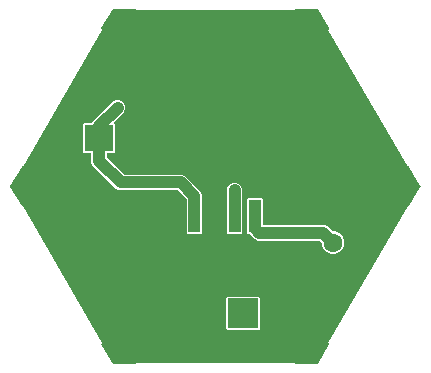
<source format=gbr>
G04 EAGLE Gerber RS-274X export*
G75*
%MOMM*%
%FSLAX34Y34*%
%LPD*%
%INBottom Copper*%
%IPPOS*%
%AMOC8*
5,1,8,0,0,1.08239X$1,22.5*%
G01*
%ADD10C,1.000000*%
%ADD11R,1.016000X2.692400*%
%ADD12R,10.160000X8.940800*%
%ADD13R,2.500000X2.500000*%
%ADD14C,2.500000*%
%ADD15P,1.732040X8X112.500000*%
%ADD16C,1.600200*%
%ADD17R,2.450000X2.250000*%
%ADD18C,0.756400*%
%ADD19C,0.304800*%
%ADD20C,1.016000*%

G36*
X278630Y195708D02*
X278630Y195708D01*
X278658Y195706D01*
X278726Y195728D01*
X278797Y195742D01*
X278820Y195758D01*
X278847Y195767D01*
X278902Y195814D01*
X278961Y195855D01*
X278976Y195879D01*
X278998Y195897D01*
X279029Y195962D01*
X279068Y196022D01*
X279073Y196050D01*
X279085Y196076D01*
X279094Y196177D01*
X279101Y196219D01*
X279099Y196229D01*
X279100Y196242D01*
X279043Y196957D01*
X413361Y196957D01*
X413304Y196242D01*
X413308Y196213D01*
X413303Y196185D01*
X413320Y196116D01*
X413328Y196044D01*
X413343Y196020D01*
X413349Y195992D01*
X413392Y195934D01*
X413428Y195872D01*
X413450Y195855D01*
X413467Y195832D01*
X413529Y195795D01*
X413586Y195752D01*
X413614Y195745D01*
X413638Y195730D01*
X413738Y195714D01*
X413779Y195703D01*
X413789Y195705D01*
X413802Y195703D01*
X432802Y195703D01*
X432878Y195718D01*
X432956Y195727D01*
X432975Y195738D01*
X432997Y195742D01*
X433061Y195786D01*
X433129Y195825D01*
X433145Y195844D01*
X433161Y195855D01*
X433185Y195893D01*
X433235Y195953D01*
X442735Y212453D01*
X442744Y212480D01*
X442760Y212504D01*
X442775Y212574D01*
X442798Y212642D01*
X442795Y212670D01*
X442801Y212698D01*
X442788Y212769D01*
X442782Y212840D01*
X442769Y212865D01*
X442763Y212893D01*
X442723Y212953D01*
X442690Y213016D01*
X442668Y213034D01*
X442652Y213058D01*
X442569Y213116D01*
X442537Y213143D01*
X442526Y213146D01*
X442516Y213153D01*
X441888Y213450D01*
X509010Y329711D01*
X509618Y329291D01*
X509645Y329280D01*
X509667Y329261D01*
X509736Y329241D01*
X509801Y329213D01*
X509830Y329213D01*
X509858Y329205D01*
X509929Y329213D01*
X510000Y329213D01*
X510027Y329224D01*
X510056Y329227D01*
X510118Y329262D01*
X510183Y329290D01*
X510204Y329310D01*
X510229Y329325D01*
X510292Y329402D01*
X510322Y329432D01*
X510326Y329442D01*
X510335Y329453D01*
X519835Y345953D01*
X519845Y345985D01*
X519854Y345998D01*
X519858Y346022D01*
X519859Y346026D01*
X519890Y346096D01*
X519890Y346120D01*
X519898Y346142D01*
X519892Y346218D01*
X519893Y346295D01*
X519883Y346319D01*
X519882Y346340D01*
X519861Y346379D01*
X519835Y346451D01*
X510335Y362951D01*
X510316Y362973D01*
X510303Y362999D01*
X510250Y363047D01*
X510203Y363100D01*
X510177Y363113D01*
X510156Y363132D01*
X510088Y363155D01*
X510024Y363186D01*
X509995Y363188D01*
X509968Y363197D01*
X509896Y363192D01*
X509825Y363195D01*
X509798Y363185D01*
X509769Y363183D01*
X509679Y363141D01*
X509639Y363126D01*
X509631Y363119D01*
X509618Y363113D01*
X509010Y362693D01*
X441888Y478954D01*
X442516Y479251D01*
X442538Y479268D01*
X442565Y479278D01*
X442617Y479327D01*
X442675Y479370D01*
X442689Y479395D01*
X442710Y479414D01*
X442739Y479480D01*
X442775Y479542D01*
X442778Y479570D01*
X442790Y479596D01*
X442791Y479668D01*
X442800Y479739D01*
X442792Y479766D01*
X442793Y479795D01*
X442757Y479890D01*
X442746Y479930D01*
X442739Y479939D01*
X442735Y479951D01*
X433235Y496451D01*
X433183Y496510D01*
X433137Y496572D01*
X433118Y496583D01*
X433103Y496600D01*
X433033Y496634D01*
X432966Y496674D01*
X432942Y496678D01*
X432924Y496686D01*
X432879Y496688D01*
X432802Y496701D01*
X413802Y496701D01*
X413774Y496696D01*
X413746Y496698D01*
X413678Y496676D01*
X413607Y496662D01*
X413584Y496646D01*
X413557Y496637D01*
X413502Y496590D01*
X413443Y496549D01*
X413428Y496525D01*
X413407Y496507D01*
X413375Y496442D01*
X413336Y496382D01*
X413331Y496354D01*
X413319Y496328D01*
X413310Y496227D01*
X413303Y496185D01*
X413305Y496175D01*
X413304Y496162D01*
X413361Y495447D01*
X279043Y495447D01*
X279100Y496162D01*
X279096Y496191D01*
X279101Y496219D01*
X279084Y496288D01*
X279076Y496360D01*
X279062Y496384D01*
X279055Y496412D01*
X279012Y496470D01*
X278977Y496532D01*
X278954Y496549D01*
X278937Y496572D01*
X278875Y496609D01*
X278818Y496652D01*
X278790Y496659D01*
X278766Y496674D01*
X278666Y496690D01*
X278625Y496701D01*
X278615Y496699D01*
X278602Y496701D01*
X259602Y496701D01*
X259526Y496686D01*
X259448Y496677D01*
X259429Y496666D01*
X259407Y496662D01*
X259343Y496618D01*
X259275Y496579D01*
X259259Y496560D01*
X259243Y496549D01*
X259219Y496511D01*
X259169Y496451D01*
X249669Y479951D01*
X249660Y479924D01*
X249644Y479900D01*
X249629Y479830D01*
X249606Y479762D01*
X249609Y479734D01*
X249603Y479706D01*
X249617Y479636D01*
X249622Y479564D01*
X249635Y479539D01*
X249641Y479511D01*
X249681Y479451D01*
X249714Y479388D01*
X249736Y479370D01*
X249752Y479346D01*
X249835Y479288D01*
X249867Y479261D01*
X249878Y479258D01*
X249889Y479251D01*
X250516Y478954D01*
X183394Y362693D01*
X182786Y363113D01*
X182759Y363124D01*
X182737Y363143D01*
X182668Y363163D01*
X182603Y363191D01*
X182574Y363191D01*
X182546Y363199D01*
X182475Y363191D01*
X182404Y363192D01*
X182377Y363180D01*
X182348Y363177D01*
X182286Y363142D01*
X182221Y363114D01*
X182200Y363094D01*
X182175Y363079D01*
X182112Y363002D01*
X182082Y362972D01*
X182078Y362962D01*
X182069Y362951D01*
X172569Y346451D01*
X172545Y346378D01*
X172514Y346308D01*
X172514Y346284D01*
X172506Y346262D01*
X172513Y346186D01*
X172512Y346109D01*
X172521Y346085D01*
X172522Y346064D01*
X172543Y346025D01*
X172562Y345973D01*
X172563Y345967D01*
X172565Y345965D01*
X172569Y345953D01*
X182069Y329453D01*
X182088Y329431D01*
X182101Y329405D01*
X182154Y329357D01*
X182201Y329304D01*
X182227Y329291D01*
X182249Y329272D01*
X182316Y329249D01*
X182380Y329218D01*
X182409Y329217D01*
X182436Y329207D01*
X182508Y329212D01*
X182579Y329209D01*
X182606Y329219D01*
X182635Y329221D01*
X182725Y329263D01*
X182765Y329278D01*
X182773Y329285D01*
X182786Y329291D01*
X183394Y329711D01*
X250516Y213450D01*
X249889Y213153D01*
X249866Y213136D01*
X249839Y213126D01*
X249787Y213077D01*
X249729Y213034D01*
X249715Y213009D01*
X249694Y212990D01*
X249665Y212924D01*
X249629Y212862D01*
X249626Y212834D01*
X249614Y212808D01*
X249613Y212736D01*
X249604Y212665D01*
X249612Y212638D01*
X249612Y212609D01*
X249647Y212514D01*
X249658Y212474D01*
X249665Y212465D01*
X249669Y212453D01*
X259169Y195953D01*
X259221Y195895D01*
X259267Y195832D01*
X259286Y195821D01*
X259301Y195804D01*
X259371Y195770D01*
X259438Y195730D01*
X259463Y195726D01*
X259480Y195718D01*
X259525Y195716D01*
X259602Y195703D01*
X278602Y195703D01*
X278630Y195708D01*
G37*
%LPC*%
G36*
X322710Y306069D02*
X322710Y306069D01*
X321817Y306962D01*
X321817Y335219D01*
X321814Y335223D01*
X321814Y335227D01*
X314184Y342858D01*
X314178Y342858D01*
X314175Y342861D01*
X264840Y342861D01*
X262413Y343867D01*
X242051Y364229D01*
X241045Y366656D01*
X241045Y374313D01*
X241035Y374325D01*
X241034Y374324D01*
X241033Y374325D01*
X234768Y374325D01*
X233875Y375218D01*
X233875Y398982D01*
X234768Y399875D01*
X241573Y399875D01*
X241579Y399881D01*
X241584Y399882D01*
X242051Y401010D01*
X259568Y418527D01*
X261995Y419533D01*
X264623Y419533D01*
X267050Y418527D01*
X268908Y416669D01*
X269914Y414242D01*
X269914Y411614D01*
X268908Y409187D01*
X259617Y399895D01*
X259617Y399891D01*
X259613Y399888D01*
X259616Y399885D01*
X259616Y399879D01*
X259622Y399879D01*
X259625Y399875D01*
X260532Y399875D01*
X261425Y398982D01*
X261425Y375218D01*
X260532Y374325D01*
X254267Y374325D01*
X254255Y374315D01*
X254255Y374314D01*
X254255Y374313D01*
X254255Y370711D01*
X254258Y370706D01*
X254258Y370702D01*
X268886Y356074D01*
X268892Y356074D01*
X268894Y356072D01*
X268895Y356071D01*
X318230Y356071D01*
X320657Y355065D01*
X334021Y341701D01*
X335027Y339273D01*
X335027Y306962D01*
X334134Y306069D01*
X322710Y306069D01*
G37*
%LPD*%
%LPC*%
G36*
X443875Y288924D02*
X443875Y288924D01*
X440374Y290374D01*
X437694Y293054D01*
X436244Y296555D01*
X436244Y298630D01*
X436241Y298635D01*
X436241Y298639D01*
X434592Y300287D01*
X434587Y300288D01*
X434586Y300288D01*
X434584Y300291D01*
X381934Y300291D01*
X379507Y301296D01*
X374737Y306066D01*
X374731Y306066D01*
X374729Y306069D01*
X373764Y306069D01*
X372871Y306962D01*
X372871Y335150D01*
X373764Y336043D01*
X385188Y336043D01*
X386081Y335150D01*
X386081Y322552D01*
X386083Y322549D01*
X386082Y322547D01*
X386208Y322243D01*
X386208Y313512D01*
X386218Y313500D01*
X386219Y313501D01*
X386220Y313500D01*
X438638Y313500D01*
X441066Y312495D01*
X445581Y307979D01*
X445587Y307979D01*
X445590Y307976D01*
X447665Y307976D01*
X451166Y306526D01*
X453846Y303846D01*
X455296Y300345D01*
X455296Y296555D01*
X453846Y293054D01*
X451166Y290374D01*
X447665Y288924D01*
X443875Y288924D01*
G37*
%LPD*%
%LPC*%
G36*
X356438Y224735D02*
X356438Y224735D01*
X355545Y225628D01*
X355545Y251892D01*
X356438Y252785D01*
X382702Y252785D01*
X383595Y251892D01*
X383595Y225628D01*
X382702Y224735D01*
X356438Y224735D01*
G37*
%LPD*%
%LPC*%
G36*
X356746Y306069D02*
X356746Y306069D01*
X355853Y306962D01*
X355853Y335150D01*
X355875Y335171D01*
X355876Y335177D01*
X355879Y335180D01*
X355878Y335180D01*
X355879Y335180D01*
X355879Y344150D01*
X356884Y346578D01*
X358742Y348436D01*
X361170Y349441D01*
X363797Y349441D01*
X366225Y348436D01*
X368083Y346578D01*
X369088Y344150D01*
X369088Y319768D01*
X369064Y319708D01*
X369065Y319706D01*
X369063Y319704D01*
X369063Y306962D01*
X368170Y306069D01*
X356746Y306069D01*
G37*
%LPD*%
D10*
X428802Y489302D03*
X511402Y346202D03*
X428802Y203102D03*
X263602Y203102D03*
X181002Y346202D03*
X263602Y489302D03*
D11*
X379476Y321056D03*
X362458Y321056D03*
X345440Y321056D03*
X328422Y321056D03*
X311404Y321056D03*
D12*
X345440Y413004D03*
D13*
X369570Y238760D03*
D14*
X318770Y238760D03*
D15*
X445770Y334010D03*
D16*
X445770Y298450D03*
D17*
X247650Y387100D03*
X247650Y324100D03*
D18*
X437985Y364274D03*
D19*
X456057Y346202D02*
X511402Y346202D01*
X456057Y346202D02*
X437985Y364274D01*
X511402Y346202D02*
X428802Y203102D01*
X263602Y203102D01*
X299260Y238760D02*
X318770Y238760D01*
X299260Y238760D02*
X263602Y203102D01*
X318770Y238760D02*
X345440Y265430D01*
X345440Y321056D01*
X345440Y413004D01*
X247650Y324100D02*
X225548Y346202D01*
X181002Y346202D01*
X247650Y324100D02*
X250694Y321056D01*
X311404Y321056D01*
X339900Y413004D02*
X263602Y489302D01*
X339900Y413004D02*
X345440Y413004D01*
X352504Y413004D02*
X428802Y489302D01*
X352504Y413004D02*
X345440Y413004D01*
X263602Y489302D02*
X181002Y346202D01*
D20*
X247650Y387100D02*
X247650Y397269D01*
X263309Y412928D01*
D18*
X263309Y412928D03*
D20*
X316916Y349466D02*
X328422Y337960D01*
X316916Y349466D02*
X266154Y349466D01*
X247650Y367970D02*
X247650Y387100D01*
X247650Y367970D02*
X266154Y349466D01*
X328422Y337960D02*
X328422Y321056D01*
X437325Y306896D02*
X445770Y298450D01*
X383248Y306896D02*
X379603Y310540D01*
X379603Y320929D01*
X379476Y321056D01*
X383248Y306896D02*
X437325Y306896D01*
D18*
X362483Y342837D03*
D20*
X362483Y321081D01*
D19*
X362458Y321056D01*
M02*

</source>
